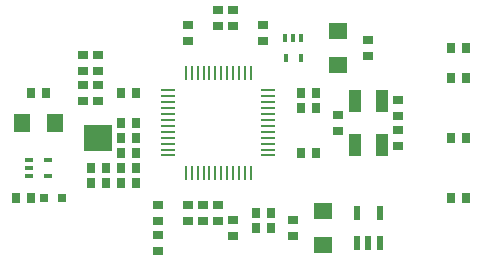
<source format=gbr>
G04 EAGLE Gerber RS-274X export*
G75*
%MOMM*%
%FSLAX34Y34*%
%LPD*%
%INSolderpaste Top*%
%IPPOS*%
%AMOC8*
5,1,8,0,0,1.08239X$1,22.5*%
G01*
%ADD10R,0.550000X1.200000*%
%ADD11R,0.900000X0.700000*%
%ADD12R,1.600000X1.400000*%
%ADD13R,0.700000X0.900000*%
%ADD14R,0.800000X0.800000*%
%ADD15R,0.254000X1.143000*%
%ADD16R,1.143000X0.254000*%
%ADD17R,1.400000X1.600000*%
%ADD18R,1.100000X1.900000*%
%ADD19R,0.750000X0.400000*%
%ADD20R,0.685800X0.330200*%
%ADD21R,0.400000X0.750000*%
%ADD22R,0.330200X0.685800*%
%ADD23R,0.635000X1.270000*%
%ADD24R,2.438400X2.286000*%


D10*
X308000Y88599D03*
X317500Y88599D03*
X327000Y88599D03*
X327000Y114601D03*
X308000Y114601D03*
D11*
X254000Y108100D03*
X254000Y95100D03*
D12*
X279400Y87600D03*
X279400Y115600D03*
D13*
X31900Y127000D03*
X18900Y127000D03*
D14*
X58300Y127000D03*
X43300Y127000D03*
D15*
X163000Y148000D03*
X168000Y148000D03*
X173000Y148000D03*
X178000Y148000D03*
X183000Y148000D03*
X188000Y148000D03*
X193000Y148000D03*
X198000Y148000D03*
X203000Y148000D03*
X208000Y148000D03*
X213000Y148000D03*
X218000Y148000D03*
D16*
X233000Y163000D03*
X233000Y168000D03*
X233000Y173000D03*
X233000Y178000D03*
X233000Y183000D03*
X233000Y188000D03*
X233000Y193000D03*
X233000Y198000D03*
X233000Y203000D03*
X233000Y208000D03*
X233000Y213000D03*
X233000Y218000D03*
D15*
X218000Y233000D03*
X213000Y233000D03*
X208000Y233000D03*
X203000Y233000D03*
X198000Y233000D03*
X193000Y233000D03*
X188000Y233000D03*
X183000Y233000D03*
X178000Y233000D03*
X173000Y233000D03*
X168000Y233000D03*
X163000Y233000D03*
D16*
X148000Y218000D03*
X148000Y213000D03*
X148000Y208000D03*
X148000Y203000D03*
X148000Y198000D03*
X148000Y193000D03*
X148000Y188000D03*
X148000Y183000D03*
X148000Y178000D03*
X148000Y173000D03*
X148000Y168000D03*
X148000Y163000D03*
D17*
X24100Y190500D03*
X52100Y190500D03*
D13*
X44600Y215900D03*
X31600Y215900D03*
D11*
X342900Y209700D03*
X342900Y196700D03*
X342900Y184300D03*
X342900Y171300D03*
D18*
X329000Y172000D03*
X306000Y209000D03*
X306000Y172000D03*
X329000Y209000D03*
D11*
X292100Y184000D03*
X292100Y197000D03*
D13*
X107800Y177800D03*
X120800Y177800D03*
D11*
X228600Y260200D03*
X228600Y273200D03*
X165100Y107800D03*
X165100Y120800D03*
X88900Y222400D03*
X88900Y209400D03*
X76200Y222400D03*
X76200Y209400D03*
D13*
X107800Y152400D03*
X120800Y152400D03*
D11*
X88900Y234800D03*
X88900Y247800D03*
X76200Y234800D03*
X76200Y247800D03*
D13*
X95400Y152400D03*
X82400Y152400D03*
D19*
X46350Y158900D03*
X46350Y145900D03*
D20*
X29845Y159131D03*
X29845Y152400D03*
X29845Y145669D03*
D21*
X260500Y245750D03*
X247500Y245750D03*
D22*
X260731Y262255D03*
X254000Y262255D03*
X247269Y262255D03*
D12*
X292100Y268000D03*
X292100Y240000D03*
D11*
X317500Y247500D03*
X317500Y260500D03*
X177800Y120800D03*
X177800Y107800D03*
X203200Y108100D03*
X203200Y95100D03*
D13*
X260200Y215900D03*
X273200Y215900D03*
D11*
X203200Y272900D03*
X203200Y285900D03*
D13*
X120800Y215900D03*
X107800Y215900D03*
X120800Y190500D03*
X107800Y190500D03*
X120800Y165100D03*
X107800Y165100D03*
D11*
X190500Y120800D03*
X190500Y107800D03*
D13*
X260200Y165100D03*
X273200Y165100D03*
X260200Y203200D03*
X273200Y203200D03*
X95400Y139700D03*
X82400Y139700D03*
D11*
X139700Y95400D03*
X139700Y82400D03*
X139700Y120800D03*
X139700Y107800D03*
D13*
X120800Y139700D03*
X107800Y139700D03*
D23*
X84781Y177800D03*
X93019Y177800D03*
D24*
X88900Y177800D03*
D11*
X165100Y273200D03*
X165100Y260200D03*
X190500Y285900D03*
X190500Y272900D03*
D13*
X235100Y114300D03*
X222100Y114300D03*
X235100Y101600D03*
X222100Y101600D03*
X387200Y254000D03*
X400200Y254000D03*
X387200Y228600D03*
X400200Y228600D03*
X387200Y177800D03*
X400200Y177800D03*
X387200Y127000D03*
X400200Y127000D03*
M02*

</source>
